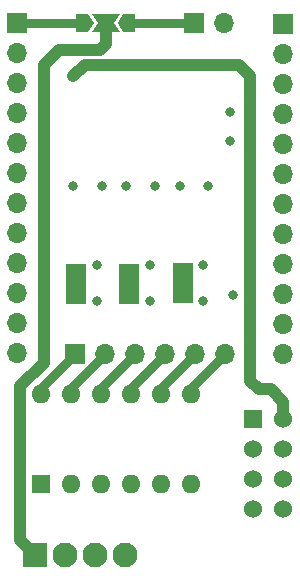
<source format=gbr>
G04 #@! TF.GenerationSoftware,KiCad,Pcbnew,(5.1.5)-3*
G04 #@! TF.CreationDate,2020-06-15T12:52:53-05:00*
G04 #@! TF.ProjectId,LightDriverShieldVer1,4c696768-7444-4726-9976-657253686965,rev?*
G04 #@! TF.SameCoordinates,Original*
G04 #@! TF.FileFunction,Copper,L4,Bot*
G04 #@! TF.FilePolarity,Positive*
%FSLAX46Y46*%
G04 Gerber Fmt 4.6, Leading zero omitted, Abs format (unit mm)*
G04 Created by KiCad (PCBNEW (5.1.5)-3) date 2020-06-15 12:52:53*
%MOMM*%
%LPD*%
G04 APERTURE LIST*
%ADD10R,1.800000X3.400000*%
%ADD11C,0.100000*%
%ADD12O,1.700000X1.700000*%
%ADD13R,1.700000X1.700000*%
%ADD14C,1.524000*%
%ADD15R,1.524000X1.524000*%
%ADD16O,1.600000X1.600000*%
%ADD17R,1.600000X1.600000*%
%ADD18C,2.100000*%
%ADD19R,2.100000X2.100000*%
%ADD20C,0.800000*%
%ADD21C,1.000000*%
%ADD22C,0.750000*%
G04 APERTURE END LIST*
D10*
X105000000Y-114050000D03*
X109500000Y-114050000D03*
X114000000Y-114000000D03*
G04 #@! TA.AperFunction,SMDPad,CuDef*
D11*
G36*
X108500000Y-92000000D02*
G01*
X109000000Y-91250000D01*
X110000000Y-91250000D01*
X110000000Y-92750000D01*
X109000000Y-92750000D01*
X108500000Y-92000000D01*
G37*
G04 #@! TD.AperFunction*
G04 #@! TA.AperFunction,Conductor*
G36*
X108200000Y-92000000D02*
G01*
X108700000Y-92750000D01*
X106300000Y-92750000D01*
X106800000Y-92000000D01*
X106300000Y-91250000D01*
X108700000Y-91250000D01*
X108200000Y-92000000D01*
G37*
G04 #@! TD.AperFunction*
G04 #@! TA.AperFunction,SMDPad,CuDef*
G36*
X106500000Y-92000000D02*
G01*
X106000000Y-92750000D01*
X105000000Y-92750000D01*
X105000000Y-91250000D01*
X106000000Y-91250000D01*
X106500000Y-92000000D01*
G37*
G04 #@! TD.AperFunction*
D12*
X117500000Y-92000000D03*
D13*
X114960000Y-92000000D03*
D14*
X122540000Y-133120000D03*
X120000000Y-133120000D03*
X122540000Y-130580000D03*
X120000000Y-130580000D03*
X122540000Y-128040000D03*
X120000000Y-128040000D03*
X122540000Y-125500000D03*
D15*
X120000000Y-125500000D03*
D16*
X102000000Y-123380000D03*
X114700000Y-131000000D03*
X104540000Y-123380000D03*
X112160000Y-131000000D03*
X107080000Y-123380000D03*
X109620000Y-131000000D03*
X109620000Y-123380000D03*
X107080000Y-131000000D03*
X112160000Y-123380000D03*
X104540000Y-131000000D03*
X114700000Y-123380000D03*
D17*
X102000000Y-131000000D03*
D18*
X109120000Y-137000000D03*
X106580000Y-137000000D03*
X104040000Y-137000000D03*
D19*
X101500000Y-137000000D03*
D12*
X117620000Y-120000000D03*
X115080000Y-120000000D03*
X112540000Y-120000000D03*
X110000000Y-120000000D03*
X107460000Y-120000000D03*
D13*
X104920000Y-120000000D03*
D12*
X122500000Y-120000000D03*
X122500000Y-117460000D03*
X122500000Y-114920000D03*
X122500000Y-112380000D03*
X122500000Y-109840000D03*
X122500000Y-107300000D03*
X122500000Y-104760000D03*
X122500000Y-102220000D03*
X122500000Y-99680000D03*
X122500000Y-97140000D03*
X122500000Y-94600000D03*
D13*
X122500000Y-92060000D03*
D12*
X100000000Y-119940000D03*
X100000000Y-117400000D03*
X100000000Y-114860000D03*
X100000000Y-112320000D03*
X100000000Y-109780000D03*
X100000000Y-107240000D03*
X100000000Y-104700000D03*
X100000000Y-102160000D03*
X100000000Y-99620000D03*
X100000000Y-97080000D03*
X100000000Y-94540000D03*
D13*
X100000000Y-92000000D03*
D20*
X105000000Y-115100000D03*
X105000000Y-113000000D03*
X109500000Y-113000000D03*
X109500000Y-115100000D03*
X114000000Y-115050000D03*
X114000000Y-112900000D03*
X105000000Y-114050000D03*
X109500000Y-114050000D03*
X111250000Y-112500000D03*
X111250000Y-115500000D03*
X106750000Y-112500000D03*
X106750000Y-115500000D03*
X115750000Y-115500000D03*
X115750000Y-112500000D03*
X111649990Y-105750000D03*
X116149990Y-105750000D03*
X107149990Y-105750000D03*
X104750000Y-96500000D03*
X118000000Y-99500000D03*
X118000002Y-102000000D03*
X109250000Y-105750000D03*
X113750000Y-105750000D03*
X104750000Y-105750000D03*
X118250000Y-115000000D03*
X114000000Y-114000000D03*
D21*
X122540000Y-125500000D02*
X122540000Y-124040000D01*
X122540000Y-124040000D02*
X121500000Y-123000000D01*
X121500000Y-123000000D02*
X120500000Y-123000000D01*
X120500000Y-123000000D02*
X119750000Y-122250000D01*
X119750000Y-122250000D02*
X119750000Y-96500000D01*
X119750000Y-96500000D02*
X118750000Y-95500000D01*
X105750000Y-95500000D02*
X104750000Y-96500000D01*
X118750000Y-95500000D02*
X105750000Y-95500000D01*
D22*
X114700000Y-122920000D02*
X117620000Y-120000000D01*
X114700000Y-123380000D02*
X114700000Y-122920000D01*
X112160000Y-122920000D02*
X115080000Y-120000000D01*
X112160000Y-123380000D02*
X112160000Y-122920000D01*
X109620000Y-122920000D02*
X112540000Y-120000000D01*
X109620000Y-123380000D02*
X109620000Y-122920000D01*
X107080000Y-122920000D02*
X110000000Y-120000000D01*
X107080000Y-123380000D02*
X107080000Y-122920000D01*
X104540000Y-122920000D02*
X107460000Y-120000000D01*
X104540000Y-123380000D02*
X104540000Y-122920000D01*
X102000000Y-122920000D02*
X104920000Y-120000000D01*
X102000000Y-123380000D02*
X102000000Y-122920000D01*
X100000000Y-92000000D02*
X105500000Y-92000000D01*
D21*
X107500000Y-93750000D02*
X107500000Y-92000000D01*
X107000000Y-94250000D02*
X107500000Y-93750000D01*
X100250000Y-135750000D02*
X100250000Y-122750000D01*
X101500000Y-137000000D02*
X100250000Y-135750000D01*
X100250000Y-122750000D02*
X102250000Y-120750000D01*
X102250000Y-120750000D02*
X102250000Y-95500000D01*
X102250000Y-95500000D02*
X103500000Y-94250000D01*
X103500000Y-94250000D02*
X107000000Y-94250000D01*
D22*
X114960000Y-92000000D02*
X109500000Y-92000000D01*
M02*

</source>
